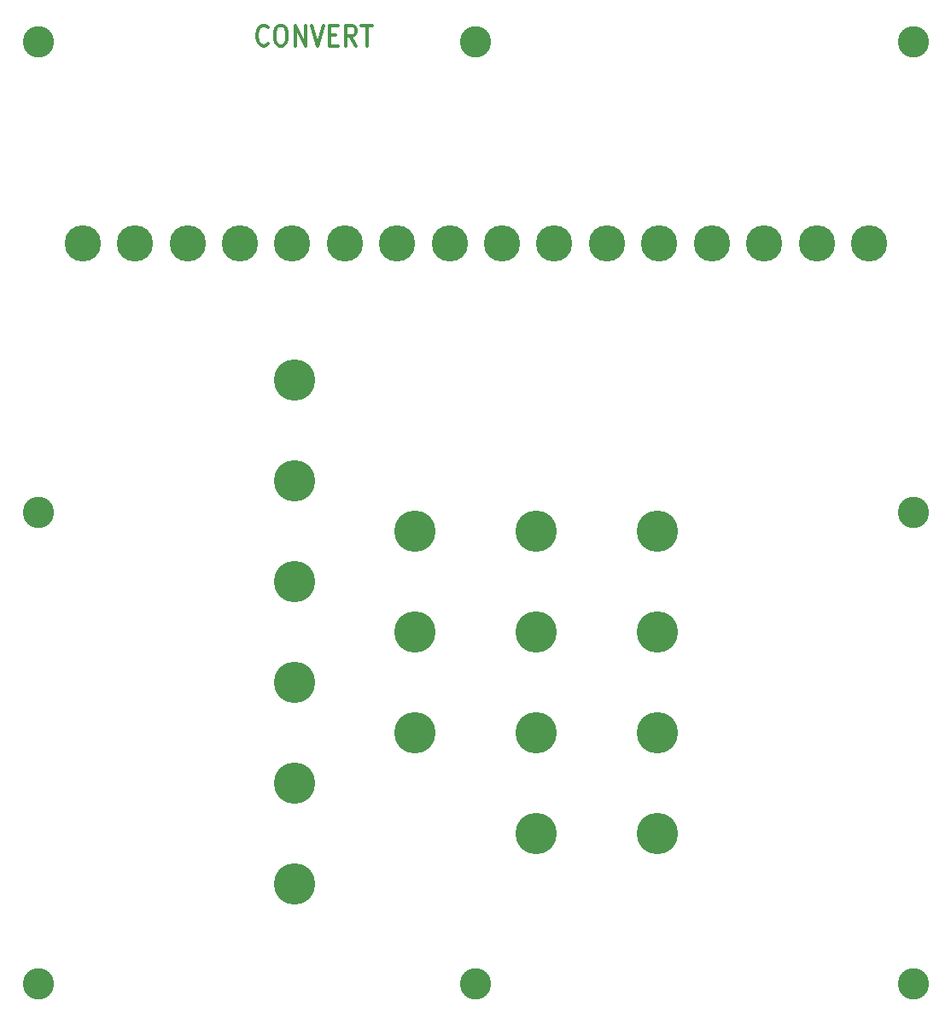
<source format=gbr>
G04 #@! TF.FileFunction,Soldermask,Top*
%FSLAX46Y46*%
G04 Gerber Fmt 4.6, Leading zero omitted, Abs format (unit mm)*
G04 Created by KiCad (PCBNEW 4.0.7) date Friday, July 13, 2018 'AMt' 10:09:28 AM*
%MOMM*%
%LPD*%
G01*
G04 APERTURE LIST*
%ADD10C,0.100000*%
%ADD11C,0.300000*%
%ADD12C,3.100000*%
%ADD13C,4.100000*%
%ADD14C,3.600000*%
G04 APERTURE END LIST*
D10*
D11*
X79410001Y-53514286D02*
X79324287Y-53609524D01*
X79067144Y-53704762D01*
X78895715Y-53704762D01*
X78638572Y-53609524D01*
X78467144Y-53419048D01*
X78381429Y-53228571D01*
X78295715Y-52847619D01*
X78295715Y-52561905D01*
X78381429Y-52180952D01*
X78467144Y-51990476D01*
X78638572Y-51800000D01*
X78895715Y-51704762D01*
X79067144Y-51704762D01*
X79324287Y-51800000D01*
X79410001Y-51895238D01*
X80524287Y-51704762D02*
X80867144Y-51704762D01*
X81038572Y-51800000D01*
X81210001Y-51990476D01*
X81295715Y-52371429D01*
X81295715Y-53038095D01*
X81210001Y-53419048D01*
X81038572Y-53609524D01*
X80867144Y-53704762D01*
X80524287Y-53704762D01*
X80352858Y-53609524D01*
X80181429Y-53419048D01*
X80095715Y-53038095D01*
X80095715Y-52371429D01*
X80181429Y-51990476D01*
X80352858Y-51800000D01*
X80524287Y-51704762D01*
X82067143Y-53704762D02*
X82067143Y-51704762D01*
X83095715Y-53704762D01*
X83095715Y-51704762D01*
X83695715Y-51704762D02*
X84295715Y-53704762D01*
X84895715Y-51704762D01*
X85495714Y-52657143D02*
X86095714Y-52657143D01*
X86352857Y-53704762D02*
X85495714Y-53704762D01*
X85495714Y-51704762D01*
X86352857Y-51704762D01*
X88152857Y-53704762D02*
X87552857Y-52752381D01*
X87124285Y-53704762D02*
X87124285Y-51704762D01*
X87810000Y-51704762D01*
X87981428Y-51800000D01*
X88067143Y-51895238D01*
X88152857Y-52085714D01*
X88152857Y-52371429D01*
X88067143Y-52561905D01*
X87981428Y-52657143D01*
X87810000Y-52752381D01*
X87124285Y-52752381D01*
X88667143Y-51704762D02*
X89695714Y-51704762D01*
X89181428Y-53704762D02*
X89181428Y-51704762D01*
D12*
X143390000Y-146720000D03*
X100000000Y-146720000D03*
X56610000Y-146720000D03*
X143390000Y-100000000D03*
X56610000Y-100000000D03*
X143390000Y-53280000D03*
X100000000Y-53280000D03*
D13*
X82000000Y-136830000D03*
X82000000Y-86830000D03*
X82000000Y-96830000D03*
X82000000Y-106830000D03*
X82000000Y-116830000D03*
X82000000Y-126830000D03*
X106000000Y-131830000D03*
X118000000Y-131830000D03*
X94000000Y-121830000D03*
X106000000Y-121830000D03*
X118000000Y-121830000D03*
X94000000Y-111830000D03*
X106000000Y-111830000D03*
X118000000Y-111830000D03*
X94000000Y-101830000D03*
X106000000Y-101830000D03*
D14*
X61000000Y-73280000D03*
X66200000Y-73280000D03*
X71400000Y-73280000D03*
X76600000Y-73280000D03*
X81800000Y-73280000D03*
X87000000Y-73280000D03*
X92200000Y-73280000D03*
X97400000Y-73280000D03*
X102600000Y-73280000D03*
X107800000Y-73280000D03*
X113000000Y-73280000D03*
X118200000Y-73280000D03*
X123400000Y-73280000D03*
X128600000Y-73280000D03*
X133800000Y-73280000D03*
X139000000Y-73280000D03*
D13*
X118000000Y-101830000D03*
D12*
X56610000Y-53280000D03*
M02*

</source>
